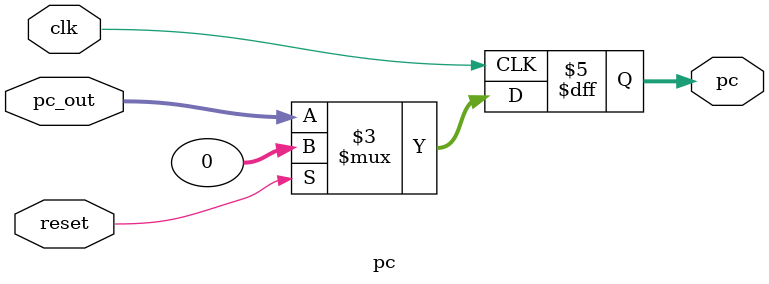
<source format=sv>
module pc(
    input logic clk,reset,
    input logic [31:0] pc_out,
    output logic [31:0] pc
);


always_ff @(posedge clk ) begin
    if (reset) begin
        pc <= 32'h00000000;
    end
    else begin 
        pc <= pc_out ;
    end
    
end
endmodule
</source>
